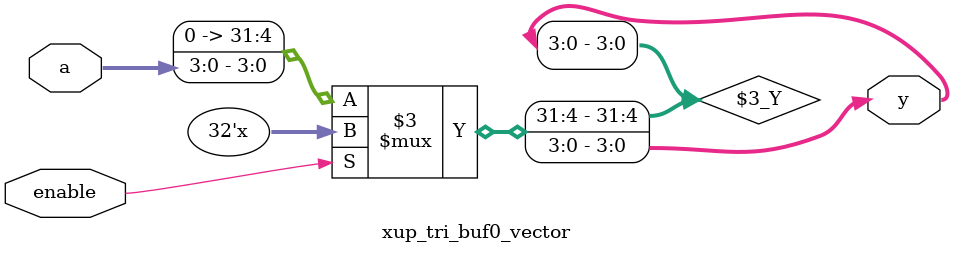
<source format=v>
`timescale 1ns / 1ps
module xup_tri_buf0_vector #(parameter SIZE = 4 , DELAY = 3)(
    input [SIZE-1:0] a,
    input enable,
    output [SIZE-1:0] y
    );

    assign #DELAY y = (~enable) ? a : 'bz;
        
endmodule

</source>
